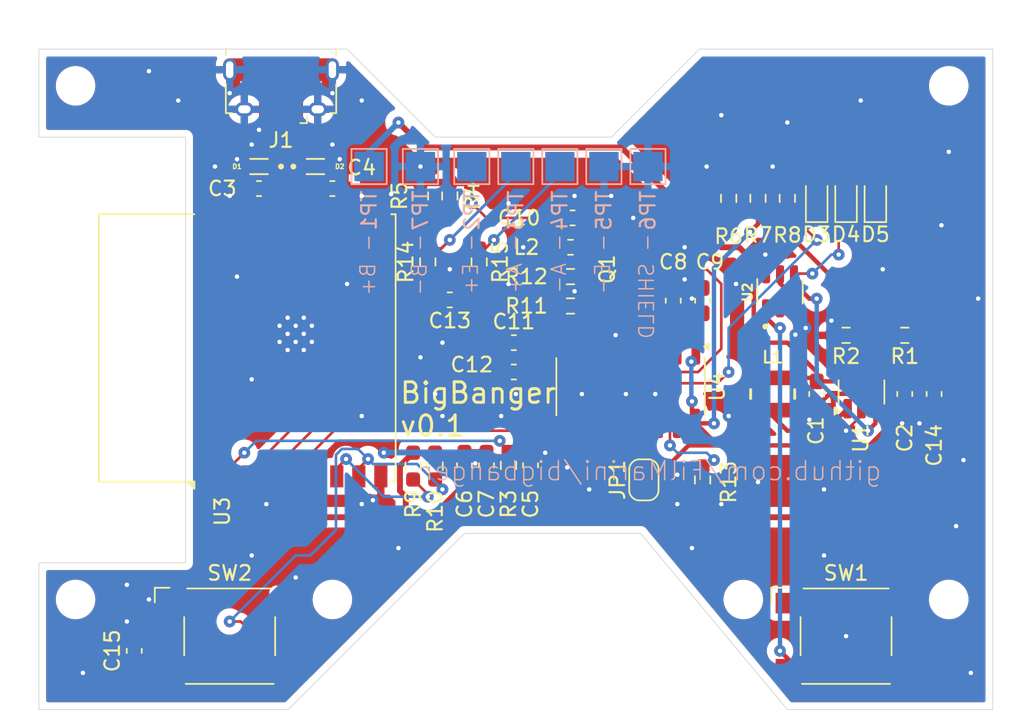
<source format=kicad_pcb>
(kicad_pcb (version 20240108) (generator "pcbnew") (generator_version "8.0")
  (layers (0 "F.Cu" signal) (31 "B.Cu" signal) (34 "B.Paste" user) (35 "F.Paste" user) (36 "B.SilkS" user "B.Silkscreen") (37 "F.SilkS" user "F.Silkscreen") (38 "B.Mask" user) (39 "F.Mask" user) (44 "Edge.Cuts" user))
  (net 0 "")
  (net 1 "GND")
  (net 2 "/BATT3V")
  (net 3 "/3V3")
  (net 4 "/D+")
  (net 5 "/D-")
  (net 6 "Net-(U3-EN)")
  (net 7 "Net-(U4-VBG)")
  (net 8 "/AVDD")
  (net 9 "/HXA+")
  (net 10 "/HXA-")
  (net 11 "Net-(D3-A)")
  (net 12 "/A3V3EN")
  (net 13 "Net-(D4-A)")
  (net 14 "Net-(D5-A)")
  (net 17 "Net-(JP1-A)")
  (net 18 "Net-(U1-SW)")
  (net 19 "Net-(U4-AVDD)")
  (net 20 "Net-(U4-BASE)")
  (net 21 "Net-(U1-V_{FB})")
  (net 22 "Net-(U3-IO21{slash}TXD)")
  (net 23 "Net-(U3-IO20{slash}RXD)")
  (net 24 "/GPIO4")
  (net 25 "/GPIO8")
  (net 26 "/GPIO9")
  (net 27 "Net-(U4-VFB)")
  (net 28 "/A+")
  (net 29 "/A-")
  (net 30 "/SWOUT")
  (net 31 "/GPIO3")
  (net 32 "/3V3EN")
  (net 37 "/HXSCLK")
  (net 39 "/HXSDATA")
  (footprint "Resistor_SMD:R_0603_1608Metric_Pad0.98x0.95mm_HandSolder" (layer "F.Cu") (at 109 69.5 180)
    (property "Reference" "R1")
    (property "Value" "976k")
  )
  (footprint "Capacitor_SMD:C_0603_1608Metric_Pad1.08x0.95mm_HandSolder" (layer "F.Cu") (at 103 73.5 -90)
    (property "Reference" "C1")
    (property "Value" "4u7")
  )
  (footprint "Resistor_SMD:R_0603_1608Metric_Pad0.98x0.95mm_HandSolder" (layer "F.Cu") (at 80 64.5 -90)
    (property "Reference" "R15")
    (property "Value" "100")
  )
  (footprint "RF_Module:ESP32-C3-WROOM-02" (layer "F.Cu") (at 67.3 70.36 90)
    (property "Reference" "U3")
    (property "Value" "ESP32-C3-WROOM-02")
  )
  (footprint "Resistor_SMD:R_0603_1608Metric_Pad0.98x0.95mm_HandSolder" (layer "F.Cu") (at 105 69.5 180)
    (property "Reference" "R2")
    (property "Value" "562k")
  )
  (footprint "mod:TVS_LESD5D5.0CT1G" (layer "F.Cu") (at 68.84 58)
    (property "Reference" "D2")
    (property "Value" "LESD5D5.0CT1G")
  )
  (footprint "Capacitor_SMD:C_0603_1608Metric_Pad1.08x0.95mm_HandSolder" (layer "F.Cu") (at 78 67.0875 180)
    (property "Reference" "C13")
    (property "Value" "100n")
  )
  (footprint "Capacitor_SMD:C_0603_1608Metric_Pad1.08x0.95mm_HandSolder" (layer "F.Cu") (at 86.3625 61.5)
    (property "Reference" "C10")
    (property "Value" "100n")
  )
  (footprint "Capacitor_SMD:C_0603_1608Metric_Pad1.08x0.95mm_HandSolder" (layer "F.Cu") (at 111 73.5 90)
    (property "Reference" "C14")
    (property "Value" "100n")
  )
  (footprint "Capacitor_SMD:C_0603_1608Metric_Pad1.08x0.95mm_HandSolder" (layer "F.Cu") (at 82.3625 72)
    (property "Reference" "C12")
    (property "Value" "22p")
  )
  (footprint "mod:WE-TPC_2813" (layer "F.Cu") (at 100 73.5)
    (property "Reference" "L1")
    (property "Value" "WE-TPC_2813")
  )
  (footprint "Resistor_SMD:R_0603_1608Metric_Pad0.98x0.95mm_HandSolder" (layer "F.Cu") (at 75.5 78.4125 -90)
    (property "Reference" "R9")
    (property "Value" "10k")
  )
  (footprint "Resistor_SMD:R_0603_1608Metric_Pad0.98x0.95mm_HandSolder" (layer "F.Cu") (at 101 60.17 90)
    (property "Reference" "R8")
    (property "Value" "4k7")
  )
  (footprint "Inductor_SMD:L_0603_1608Metric_Pad1.05x0.95mm_HandSolder" (layer "F.Cu") (at 86.225 63.5)
    (property "Reference" "L2")
    (property "Value" "3u3")
  )
  (footprint "Resistor_SMD:R_0603_1608Metric_Pad0.98x0.95mm_HandSolder" (layer "F.Cu") (at 95.225 79.35 -90)
    (property "Reference" "R13")
    (property "Value" "10k")
  )
  (footprint "Capacitor_SMD:C_0603_1608Metric_Pad1.08x0.95mm_HandSolder" (layer "F.Cu") (at 82.3625 70)
    (property "Reference" "C11")
    (property "Value" "22p")
  )
  (footprint "Package_TO_SOT_SMD:SOT-23-6" (layer "F.Cu") (at 106.05 73.3625 90)
    (property "Reference" "U1")
    (property "Value" "MCP1640Cx-xCHY")
  )
  (footprint "Resistor_SMD:R_0603_1608Metric_Pad0.98x0.95mm_HandSolder" (layer "F.Cu") (at 97 60.17 90)
    (property "Reference" "R6")
    (property "Value" "4k7")
  )
  (footprint "MountingHole:MountingHole_2.2mm_M2" (layer "F.Cu") (at 52.5 87.5)
    (property "Reference" "H2" (hide yes))
    (property "Value" "MountingHole")
  )
  (footprint "Package_SO:SOP-16_3.9x9.9mm_P1.27mm" (layer "F.Cu") (at 90.32 73 -90)
    (property "Reference" "U4")
    (property "Value" "HX711")
  )
  (footprint "Capacitor_SMD:C_0603_1608Metric_Pad1.08x0.95mm_HandSolder" (layer "F.Cu") (at 79 78.3625 -90)
    (property "Reference" "C6")
    (property "Value" "100n")
  )
  (footprint "Resistor_SMD:R_0603_1608Metric_Pad0.98x0.95mm_HandSolder" (layer "F.Cu") (at 82 78.3625 90)
    (property "Reference" "R3")
    (property "Value" "10k")
  )
  (footprint "MountingHole:MountingHole_2.2mm_M2" (layer "F.Cu") (at 98 87.5)
    (property "Reference" "H5" (hide yes))
    (property "Value" "MountingHole")
  )
  (footprint "Resistor_SMD:R_0603_1608Metric_Pad0.98x0.95mm_HandSolder" (layer "F.Cu") (at 78 60 90)
    (property "Reference" "R4")
    (property "Value" "0")
  )
  (footprint "Connector_USB:USB_Micro-B_Amphenol_10118194-0001LF_Horizontal" (layer "F.Cu") (at 66.5 52.7 180)
    (property "Reference" "J1")
    (property "Value" "USB_B_Micro")
  )
  (footprint "Resistor_SMD:R_0603_1608Metric_Pad0.98x0.95mm_HandSolder" (layer "F.Cu") (at 76.5 64.5 -90)
    (property "Reference" "R14")
    (property "Value" "100")
  )
  (footprint "Button_Switch_SMD:SW_SPST_Omron_B3FS-101xP" (layer "F.Cu") (at 63 90)
    (property "Reference" "SW2")
    (property "Value" "SW_Omron_B3FS")
  )
  (footprint "LED_SMD:LED_0603_1608Metric_Pad1.05x0.95mm_HandSolder" (layer "F.Cu") (at 105 60.125 90)
    (property "Reference" "D4")
    (property "Value" "LED")
  )
  (footprint "Capacitor_SMD:C_0603_1608Metric_Pad1.08x0.95mm_HandSolder" (layer "F.Cu") (at 109 73.5 90)
    (property "Reference" "C2")
    (property "Value" "10u")
  )
  (footprint "Capacitor_SMD:C_0603_1608Metric_Pad1.08x0.95mm_HandSolder" (layer "F.Cu") (at 93.225 67.1375 90)
    (property "Reference" "C8")
    (property "Value" "100n")
  )
  (footprint "Capacitor_SMD:C_0603_1608Metric_Pad1.08x0.95mm_HandSolder" (layer "F.Cu") (at 70 59.5)
    (property "Reference" "C4")
    (property "Value" "22p")
  )
  (footprint "Resistor_SMD:R_0603_1608Metric_Pad0.98x0.95mm_HandSolder" (layer "F.Cu") (at 99 60.17 90)
    (property "Reference" "R7")
    (property "Value" "4k7")
  )
  (footprint "Resistor_SMD:R_0603_1608Metric_Pad0.98x0.95mm_HandSolder" (layer "F.Cu") (at 76 60 90)
    (property "Reference" "R5")
    (property "Value" "0")
  )
  (footprint "Capacitor_SMD:C_0603_1608Metric_Pad1.08x0.95mm_HandSolder" (layer "F.Cu") (at 56.5 91 -90)
    (property "Reference" "C15")
    (property "Value" "100n")
  )
  (footprint "Capacitor_SMD:C_0603_1608Metric_Pad1.08x0.95mm_HandSolder" (layer "F.Cu") (at 65 59.5 180)
    (property "Reference" "C3")
    (property "Value" "22p")
  )
  (footprint "Resistor_SMD:R_0603_1608Metric_Pad0.98x0.95mm_HandSolder" (layer "F.Cu") (at 77 78.4125 -90)
    (property "Reference" "R10")
    (property "Value" "10k")
  )
  (footprint "MountingHole:MountingHole_2.2mm_M2" (layer "F.Cu") (at 70 87.5)
    (property "Reference" "H6" (hide yes))
    (property "Value" "MountingHole")
  )
  (footprint "Resistor_SMD:R_0603_1608Metric_Pad0.98x0.95mm_HandSolder" (layer "F.Cu") (at 86.225 65.5 180)
    (property "Reference" "R12")
    (property "Value" "20k")
  )
  (footprint "Capacitor_SMD:C_0603_1608Metric_Pad1.08x0.95mm_HandSolder" (layer "F.Cu") (at 80.5 78.3625 -90)
    (property "Reference" "C7")
    (property "Value" "10u")
  )
  (footprint "MountingHole:MountingHole_2.2mm_M2" (layer "F.Cu") (at 52.5 52.5)
    (property "Reference" "H3" (hide yes))
    (property "Value" "MountingHole")
  )
  (footprint "Capacitor_SMD:C_0603_1608Metric_Pad1.08x0.95mm_HandSolder" (layer "F.Cu") (at 83.5 78.3625 -90)
    (property "Reference" "C5")
    (property "Value" "1u")
  )
  (footprint "MountingHole:MountingHole_2.2mm_M2" (layer "F.Cu") (at 112 87.5)
    (property "Reference" "H1" (hide yes))
    (property "Value" "MountingHole")
  )
  (footprint "Resistor_SMD:R_0603_1608Metric_Pad0.98x0.95mm_HandSolder" (layer "F.Cu") (at 86.225 67.5)
    (property "Reference" "R11")
    (property "Value" "8k2")
  )
  (footprint "mod:TVS_LESD5D5.0CT1G" (layer "F.Cu") (at 65 58 180)
    (property "Reference" "D1")
    (property "Value" "LESD5D5.0CT1G")
  )
  (footprint "Capacitor_SMD:C_0603_1608Metric_Pad1.08x0.95mm_HandSolder" (layer "F.Cu") (at 95.225 67.1375 90)
    (property "Reference" "C9")
    (property "Value" "10u")
  )
  (footprint "Button_Switch_SMD:SW_SPST_Omron_B3FS-101xP" (layer "F.Cu") (at 105 90)
    (property "Reference" "SW1")
    (property "Value" "SW_Omron_B3FS")
  )
  (footprint "LED_SMD:LED_0603_1608Metric_Pad1.05x0.95mm_HandSolder" (layer "F.Cu") (at 103 60.125 90)
    (property "Reference" "D3")
    (property "Value" "LED")
  )
  (footprint "MountingHole:MountingHole_2.2mm_M2" (layer "F.Cu") (at 112 52.5)
    (property "Reference" "H4" (hide yes))
    (property "Value" "MountingHole")
  )
  (footprint "LED_SMD:LED_0603_1608Metric_Pad1.05x0.95mm_HandSolder" (layer "F.Cu") (at 107 60.125 90)
    (property "Reference" "D5")
    (property "Value" "LED")
  )
  (footprint "Jumper:SolderJumper-2_P1.3mm_Open_RoundedPad1.0x1.5mm" (layer "F.Cu") (at 91.225 79.35 90)
    (property "Reference" "JP1")
    (property "Value" "Jumper_2_Bridged")
  )
  (footprint "mod:SOT95P275X110-6N" (layer "F.Cu") (at 100.5 66.5 90)
    (property "Reference" "U2")
    (property "Value" "MAX16054AZT_T")
  )
  (footprint "mod:SOT23-BEC" (layer "F.Cu") (at 90.225 67 90)
    (property "Reference" "Q1")
    (property "Value" "MMBT4403_")
  )
  (footprint "TestPoint:TestPoint_Pad_2.0x2.0mm" (layer "B.Cu") (at 91.5 58 -90)
    (property "Reference" "TP6")
    (property "Value" "SHIELD")
  )
  (footprint "TestPoint:TestPoint_Pad_2.0x2.0mm" (layer "B.Cu") (at 79.5 58 -90)
    (property "Reference" "TP2")
    (property "Value" "TestPoint")
  )
  (footprint "TestPoint:TestPoint_Pad_2.0x2.0mm" (layer "B.Cu") (at 85.5 58 -90)
    (property "Reference" "TP4")
    (property "Value" "TestPoint")
  )
  (footprint "TestPoint:TestPoint_Pad_2.0x2.0mm" (layer "B.Cu") (at 72.5 58 180)
    (property "Reference" "TP1")
    (property "Value" "BATTIN_TP")
  )
  (footprint "TestPoint:TestPoint_Pad_2.0x2.0mm" (layer "B.Cu") (at 76 58 180)
    (property "Reference" "TP7")
    (property "Value" "BATTGND")
  )
  (footprint "TestPoint:TestPoint_Pad_2.0x2.0mm" (layer "B.Cu") (at 82.5 58 -90)
    (property "Reference" "TP3")
    (property "Value" "TestPoint")
  )
  (footprint "TestPoint:TestPoint_Pad_2.0x2.0mm" (layer "B.Cu") (at 88.5 58 -90)
    (property "Reference" "TP5")
    (property "Value" "TestPoint")
  )
  (gr_poly (pts (xy 50 50) (xy 50 56) (xy 60 56) (xy 60 85) (xy 50 85) (xy 50 95) (xy 67 95) (xy 79 83) (xy 91 83) (xy 101 95) (xy 115 95) (xy 115 50) (xy 95 50) (xy 89 56) (xy 77 56) (xy 71 50)) (stroke (width 0.05)) (fill none) (layer "Edge.Cuts"))
  (gr_text "- SHIELD" (at 92 62.5 90) (layer "B.SilkS") (effects (font (size 1 1) (thickness 0.1)) (justify left bottom mirror)))
  (gr_text "- A+" (at 83 62.5 90) (layer "B.SilkS") (effects (font (size 1 1) (thickness 0.1)) (justify left bottom mirror)))
  (gr_text "- A-" (at 86 62.5 90) (layer "B.SilkS") (effects (font (size 1 1) (thickness 0.1)) (justify left bottom mirror)))
  (gr_text "- E-" (at 89 62.5 90) (layer "B.SilkS") (effects (font (size 1 1) (thickness 0.1)) (justify left bottom mirror)))
  (gr_text "- B+" (at 73 62.5 90) (layer "B.SilkS") (effects (font (size 1 1) (thickness 0.1)) (justify left bottom mirror)))
  (gr_text "github.com/FilMarini/bigbanger" (at 107.5 79.5 0) (layer "B.SilkS") (effects (font (size 1.3 1.3) (thickness 0.1)) (justify left bottom mirror)))
  (gr_text "- B-" (at 76.5 62.5 90) (layer "B.SilkS") (effects (font (size 1 1) (thickness 0.1)) (justify left bottom mirror)))
  (gr_text "- E+" (at 80 62.5 90) (layer "B.SilkS") (effects (font (size 1 1) (thickness 0.1)) (justify left bottom mirror)))
  (gr_text "BigBanger\nv0.1" (at 74.5 76.5 0) (layer "F.SilkS") (effects (font (size 1.4 1.4) (thickness 0.2) (bold yes)) (justify left bottom)))
  (segment (start 73.3 79.11) (end 73.3 80.2) (width 0.18) (layer "F.Cu") (net 1))
  (segment (start 85.5 61) (end 86.5 60) (width 0.18) (layer "F.Cu") (net 1))
  (segment (start 75 58) (end 72 55) (width 0.18) (layer "F.Cu") (net 1))
  (segment (start 104.0875 69.5) (end 104.0875 68.5875) (width 0.18) (layer "F.Cu") (net 1))
  (segment (start 63.475 51.4) (end 63.475 52.525) (width 0.18) (layer "F.Cu") (net 1))
  (segment (start 105.4875 73.4875) (end 106.05 74.05) (width 0.3) (layer "F.Cu") (net 1))
  (segment (start 80.5 77.5) (end 80.456344 77.5) (width 0.18) (layer "F.Cu") (net 1))
  (segment (start 64.1375 59.5) (end 63.5 59.5) (width 0.18) (layer "F.Cu") (net 1))
  (segment (start 93.415 66.275) (end 94 65.69) (width 0.18) (layer "F.Cu") (net 1))
  (segment (start 87.1375 67.5) (end 87.1375 67.1375) (width 0.18) (layer "F.Cu") (net 1))
  (segment (start 85.5 61.5) (end 85.5 61) (width 0.18) (layer "F.Cu") (net 1))
  (segment (start 63.475 52.525) (end 63 53) (width 0.18) (layer "F.Cu") (net 1))
  (segment (start 111 74.5) (end 110 75.5) (width 0.18) (layer "F.Cu") (net 1))
  (segment (start 103.875 73.4875) (end 105.4875 73.4875) (width 0.3) (layer "F.Cu") (net 1))
  (segment (start 56.5 90.1375) (end 56.5 89.5) (width 0.18) (layer "F.Cu") (net 1))
  (segment (start 69.525 51.4) (end 69.525 52.525) (width 0.18) (layer "F.Cu") (net 1))
  (segment (start 95.21863 66.275) (end 94.497588 66.996042) (width 0.18) (layer "F.Cu") (net 1))
  (segment (start 79 77.5) (end 79.00794 77.5) (width 0.18) (layer "F.Cu") (net 1))
  (segment (start 95.225 80.2625) (end 95.7625 80.2625) (width 0.18) (layer "F.Cu") (net 1))
  (segment (start 57.75 87.75) (end 57.5 87.5) (width 0.18) (layer "F.Cu") (net 1))
  (segment (start 109 74.3625) (end 109 75.32) (width 0.18) (layer "F.Cu") (net 1))
  (segment (start 72 55) (end 72 53.5) (width 0.18) (layer "F.Cu") (net 1))
  (segment (start 92.225 74.500001) (end 91.224999 73.5) (width 0.18) (layer "F.Cu") (net 1))
  (segment (start 78 59.0875) (end 77.0875 59.0875) (width 0.18) (layer "F.Cu") (net 1))
  (segment (start 91.224999 73.5) (end 90 73.5) (width 0.18) (layer "F.Cu") (net 1))
  (segment (start 106.05 74.05) (end 106.05 74.5) (width 0.3) (layer "F.Cu") (net 1))
  (segment (start 73.5 58.5) (end 72 60) (width 0.18) (layer "F.Cu") (net 1))
  (segment (start 67 87.75) (end 67 86.5) (width 0.18) (layer "F.Cu") (net 1))
  (segment (start 95.7625 80.2625) (end 96.5 81) (width 0.18) (layer "F.Cu") (net 1))
  (segment (start 77.0875 59.0875) (end 76 58) (width 0.18) (layer "F.Cu") (net 1))
  (segment (start 103 74.75) (end 102.5 75.25) (width 0.18) (layer "F.Cu") (net 1))
  (segment (start 106.05 74.95) (end 105 76) (width 0.18) (layer "F.Cu") (net 1))
  (segment (start 74.7925 59.0875) (end 74 59.88) (width 0.18) (layer "F.Cu") (net 1))
  (segment (start 71.5 59.5) (end 72 60) (width 0.18) (layer "F.Cu") (net 1))
  (segment (start 56.5 89.5) (end 56 89) (width 0.18) (layer "F.Cu") (net 1))
  (segment (start 87.1375 67.1375) (end 86.5 66.5) (width 0.18) (layer "F.Cu") (net 1))
  (segment (start 63.5 59.5) (end 63 60) (width 0.18) (layer "F.Cu") (net 1))
  (segment (start 92.225 75.5) (end 92.225 74.500001) (width 0.18) (layer "F.Cu") (net 1))
  (segment (start 75 58) (end 74.5 58.5) (width 0.18) (layer "F.Cu") (net 1))
  (segment (start 64.34 58) (end 64 58) (width 0.18) (layer "F.Cu") (net 1))
  (segment (start 59 87.75) (end 57.75 87.75) (width 0.18) (layer "F.Cu") (net 1))
  (segment (start 80.456344 77.5) (end 79.732142 78.224202) (width 0.18) (layer "F.Cu") (net 1))
  (segment (start 76 59.0875) (end 74.7925 59.0875) (width 0.18) (layer "F.Cu") (net 1))
  (segment (start 100.5 67.66) (end 101.544473 68.704473) (width 0.18) (layer "F.Cu") (net 1))
  (segment (start 70 58) (end 70.5 57.5) (width 0.18) (layer "F.Cu") (net 1))
  (segment (start 103 74.3625) (end 103 74.75) (width 0.18) (layer "F.Cu") (net 1))
  (segment (start 65.2 54.1) (end 65.2 55.3) (width 0.18) (layer "F.Cu") (net 1))
  (segment (start 70.8625 59.5) (end 71.5 59.5) (width 0.18) (layer "F.Cu") (net 1))
  (segment (start 79.00794 77.5) (end 79.732142 78.224202) (width 0.18) (layer "F.Cu") (net 1))
  (segment (start 101.45 68.2) (end 102.25 69) (width 0.18) (layer "F.Cu") (net 1))
  (segment (start 104.0875 68.5875) (end 104 68.5) (width 0.18) (layer "F.Cu") (net 1))
  (segment (start 69.5 58) (end 70 58) (width 0.18) (layer "F.Cu") (net 1))
  (segment (start 73.3 80.2) (end 72.763071 80.736929) (width 0.18) (layer "F.Cu") (net 1))
  (segment (start 78 59.0875) (end 80.5875 59.0875) (width 0.18) (layer "F.Cu") (net 1))
  (segment (start 89.685 69.874012) (end 89.297094 69.486106) (width 0.18) (layer "F.Cu") (net 1))
  (segment (start 74.5 58.5) (end 73.5 58.5) (width 0.18) (layer "F.Cu") (net 1))
  (segment (start 111 74.3625) (end 111 74.5) (width 0.18) (layer "F.Cu") (net 1))
  (segment (start 93.225 66.275) (end 93.415 66.275) (width 0.18) (layer "F.Cu") (net 1))
  (segment (start 106.05 74.5) (end 106.05 74.95) (width 0.18) (layer "F.Cu") (net 1))
  (segment (start 69.525 52.525) (end 70 53) (width 0.18) (layer "F.Cu") (net 1))
  (segment (start 95.225 66.275) (end 95.21863 66.275) (width 0.18) (layer "F.Cu") (net 1))
  (segment (start 101.45 67.66) (end 101.45 68.2) (width 0.18) (layer "F.Cu") (net 1))
  (segment (start 67 86.5) (end 67.5 86) (width 0.18) (layer "F.Cu") (net 1))
  (segment (start 64 58) (end 63.5 57.5) (width 0.18) (layer "F.Cu") (net 1))
  (segment (start 63.475 51.4) (end 65.5 51.4) (width 0.18) (layer "F.Cu") (net 1))
  (segment (start 109 75.32) (end 108.82 75.5) (width 0.18) (layer "F.Cu") (net 1))
  (segment (start 103 74.3625) (end 103.875 73.4875) (width 0.3) (layer "F.Cu") (net 1))
  (segment (start 89.685 70.5) (end 89.685 69.874012) (width 0.18) (layer "F.Cu") (net 1))
  (segment (start 69.525 51.4) (end 67.5 51.4) (width 0.18) (layer "F.Cu") (net 1))
  (segment (start 76 59.0875) (end 77.0875 59.0875) (width 0.18) (layer "F.Cu") (net 1))
  (segment (start 76 58) (end 75 58) (width 0.18) (layer "F.Cu") (net 1))
  (segment (start 80.5875 59.0875) (end 82 60.5) (width 0.18) (layer "F.Cu") (net 1))
  (segment (start 101.544473 68.704473) (end 101.544473 69.455527) (width 0.18) (layer "F.Cu") (net 1))
  (segment (start 65.2 55.3) (end 65 55.5) (width 0.18) (layer "F.Cu") (net 1))
  (segment (start 71.5 55) (end 72 55) (width 0.18) (layer "F.Cu") (net 1))
  (segment (start 70 56.5) (end 71.5 55) (width 0.18) (layer "F.Cu") (net 1))
  (segment (start 83.5 77.5) (end 84.5 77.5) (width 0.18) (layer "F.Cu") (net 1))
  (via (at 70 53) (size 0.8) (drill 0.3) (layers "F.Cu" "B.Cu") (net 1))
  (via (at 86 78.5) (size 0.8) (drill 0.3) (layers "F.Cu" "B.Cu") (net 1))
  (via (at 113 78) (size 0.8) (drill 0.3) (layers "F.Cu" "B.Cu") (net 1))
  (via (at 87.5 80) (size 0.8) (drill 0.3) (layers "F.Cu" "B.Cu") (net 1))
  (via (at 104 68.5) (size 0.8) (drill 0.3) (layers "F.Cu" "B.Cu") (net 1))
  (via (at 95.5 58) (size 0.8) (drill 0.3) (layers "F.Cu" "B.Cu") (net 1))
  (via (at 114 67) (size 0.8) (drill 0.3) (layers "F.Cu" "B.Cu") (net 1))
  (via (at 92 73.5) (size 0.8) (drill 0.3) (layers "F.Cu" "B.Cu") (net 1))
  (via (at 97 75) (size 0.8) (drill 0.3) (layers "F.Cu" "B.Cu") (net 1))
  (via (at 63.5 65.5) (size 0.8) (drill 0.3) (layers "F.Cu" "B.Cu") (net 1))
  (via (at 63.5 57.5) (size 0.8) (drill 0.3) (layers "F.Cu" "B.Cu") (net 1))
  (via (at 94.497588 66.996042) (size 0.8) (drill 0.3) (layers "F.Cu" "B.Cu") (net 1))
  (via (at 77.5 75) (size 0.8) (drill 0.3) (layers "F.Cu" "B.Cu") (net 1))
  (via (at 86.5 60) (size 0.8) (drill 0.3) (layers "F.Cu" "B.Cu") (net 1))
  (via (at 79.732142 78.224202) (size 0.8) (drill 0.3) (layers "F.Cu" "B.Cu") (net 1))
  (via (at 89.297094 69.486106) (size 0.8) (drill 0.3) (layers "F.Cu" "B.Cu") (net 1))
  (via (at 90 73.5) (size 0.8) (drill 0.3) (layers "F.Cu" "B.Cu") (net 1))
  (via (at 93.5 79) (size 0.8) (drill 0.3) (layers "F.Cu" "B.Cu") (net 1))
  (via (at 103.5 84.5) (size 0.8) (drill 0.3) (layers "F.Cu" "B.Cu") (net 1))
  (via (at 72 53.5) (size 0.8) (drill 0.3) (layers "F.Cu" "B.Cu") (net 1))
  (via (at 63 60) (size 0.8) (drill 0.3) (layers "F.Cu" "B.Cu") (net 1))
  (via (at 74.5 84) (size 0.8) (drill 0.3) (layers "F.Cu" "B.Cu") (net 1))
  (via (at 77.5 70) (size 0.8) (drill 0.3) (layers "F.Cu" "B.Cu") (net 1))
  (via (at 77 73.5) (size 0.8) (drill 0.3) (layers "F.Cu" "B.Cu") (net 1))
  (via (at 110 75.5) (size 0.8) (drill 0.3) (layers "F.Cu" "B.Cu") (net 1))
  (via (at 57.5 87.5) (size 0.8) (drill 0.3) (layers "F.Cu" "B.Cu") (net 1))
  (via (at 70.5 57.5) (size 0.8) (drill 0.3) (layers "F.Cu" "B.Cu") (net 1))
  (via (at 90.5 61.5) (size 0.8) (drill 0.3) (layers "F.Cu" "B.Cu") (net 1))
  (via (at 65 55.5) (size 0.8) (drill 0.3) (layers "F.Cu" "B.Cu") (net 1))
  (via (at 84.5 77.5) (size 0.8) (drill 0.3) (layers "F.Cu" "B.Cu") (net 1))
  (via (at 57.5 51.5) (size 0.8) (drill 0.3) (layers "F.Cu" "B.Cu") (net 1))
  (via (at 106 53.5) (size 0.8) (drill 0.3) (layers "F.Cu" "B.Cu") (net 1))
  (via (at 78 65) (size 0.8) (drill 0.3) (layers "F.Cu" "B.Cu") (net 1))
  (via (at 111.5 62) (size 0.8) (drill 0.3) (layers "F.Cu" "B.Cu") (net 1))
  (via (at 76 58) (size 0.8) (drill 0.3) (layers "F.Cu" "B.Cu") (net 1))
  (via (at 56 86.5) (size 0.8) (drill 0.3) (layers "F.Cu" "B.Cu") (net 1))
  (via (at 99.5 64) (size 0.8) (drill 0.3) (layers "F.Cu" "B.Cu") (net 1))
  (via (at 72 60) (size 0.8) (drill 0.3) (layers "F.Cu" "B.Cu") (net 1))
  (via (at 82 66) (size 0.8) (drill 0.3) (layers "F.Cu" "B.Cu") (net 1))
  (via (at 113.5 92.5) (size 0.8) (drill 0.3) (layers "F.Cu" "B.Cu") (net 1))
  (via (at 71 66) (size 0.8) (drill 0.3) (layers "F.Cu" "B.Cu") (net 1))
  (via (at 100 58) (size 0.8) (drill 0.3) (layers "F.Cu" "B.Cu") (net 1))
  (via (at 101.544473 69.455527) (size 0.8) (drill 0.3) (layers "F.Cu" "B.Cu") (net 1))
  (via (at 63 53) (size 0.8) (drill 0.3) (layers "F.Cu" "B.Cu") (net 1))
  (via (at 59.5 53.5) (size 0.8) (drill 0.3) (layers "F.Cu" "B.Cu") (net 1))
  (via (at 83 63.5) (size 0.8) (drill 0.3) (layers "F.Cu" "B.Cu") (net 1))
  (via (at 72.763071 80.736929) (size 0.8) (drill 0.3) (layers "F.Cu" "B.Cu") (net 1))
  (via (at 74 59.88) (size 0.8) (drill 0.3) (layers "F.Cu" "B.Cu") (net 1))
  (via (at 81.5 75) (size 0.8) (drill 0.3) (layers "F.Cu" "B.Cu") (net 1))
  (via (at 105 76) (size 0.8) (drill 0.3) (layers "F.Cu" "B.Cu") (net 1))
  (via (at 67.5 86) (size 0.8) (drill 0.3) (layers "F.Cu" "B.Cu") (net 1))
  (via (at 102.5 75.25) (size 0.8) (drill 0.3) (layers "F.Cu" "B.Cu") (net 1))
  (via (at 76 71) (size 0.8) (drill 0.3) (layers "F.Cu" "B.Cu") (net 1))
  (via (at 62 58) (size 0.8) (drill 0.3) (layers "F.Cu" "B.Cu") (net 1))
  (via (at 73.5 77.5) (size 0.8) (drill 0.3) (layers "F.Cu" "B.Cu") (net 1))
  (via (at 93.5 81) (size 0.8) (drill 0.3) (layers "F.Cu" "B.Cu") (net 1))
  (via (at 97.5 66) (size 0.8) (drill 0.3) (layers "F.Cu" "B.Cu") (net 1))
  (via (at 53 92.5) (size 0.8) (drill 0.3) (layers "F.Cu" "B.Cu") (net 1))
  (via (at 64.5 72.5) (size 0.8) (drill 0.3) (layers "F.Cu" "B.Cu") (net 1))
  (via (at 64.5 84.5) (size 0.8) (drill 0.3) (layers "F.Cu" "B.Cu") (net 1))
  (via (at 112.5 82.5) (size 0.8) (drill 0.3) (layers "F.Cu" "B.Cu") (net 1))
  (via (at 87 73.5) (size 0.8) (drill 0.3) (layers "F.Cu" "B.Cu") (net 1))
  (via (at 72 81) (size 0.8) (drill 0.3) (layers "F.Cu" "B.Cu") (net 1))
  (via (at 105 90) (size 0.8) (drill 0.3) (layers "F.Cu" "B.Cu") (net 1))
  (via (at 107.5 65) (size 0.8) (drill 0.3) (layers "F.Cu" "B.Cu") (net 1))
  (via (at 82.5 73.5) (size 0.8) (drill 0.3) (layers "F.Cu" "B.Cu") (net 1))
  (via (at 96.5 81) (size 0.8) (drill 0.3) (layers "F.Cu" "B.Cu") (net 1))
  (via (at 103.5 80) (size 0.8) (drill 0.3) (layers "F.Cu" "B.Cu") (net 1))
  (via (at 89 60) (size 0.8) (drill 0.3) (layers "F.Cu" "B.Cu") (net 1))
  (via (at 112 57) (size 0.8) (drill 0.3) (layers "F.Cu" "B.Cu") (net 1))
  (via (at 65.5 81) (size 0.8) (drill 0.3) (layers "F.Cu" "B.Cu") (net 1))
  (via (at 64.5 56.5) (size 0.8) (drill 0.3) (layers "F.Cu" "B.Cu") (net 1))
  (via (at 70 56.5) (size 0.8) (drill 0.3) (layers "F.Cu" "B.Cu") (net 1))
  (via (at 101 55) (size 0.8) (drill 0.3) (layers "F.Cu" "B.Cu") (net 1))
  (via (at 99 79.5) (size 0.8) (drill 0.3) (layers "F.Cu" "B.Cu") (net 1))
  (via (at 94.5 84) (size 0.8) (drill 0.3) (layers "F.Cu" "B.Cu") (net 1))
  (via (at 94 63.5) (size 0.8) (drill 0.3) (layers "F.Cu" "B.Cu") (net 1))
  (via (at 82 60.5) (size 0.8) (drill 0.3) (layers "F.Cu" "B.Cu") (net 1))
  (via (at 86.5 66.5) (size 0.8) (drill 0.3) (layers "F.Cu" "B.Cu") (net 1))
  (via (at 96.5 54.5) (size 0.8) (drill 0.3) (layers "F.Cu" "B.Cu") (net 1))
  (via (at 72 75) (size 0.8) (drill 0.3) (layers "F.Cu" "B.Cu") (net 1))
  (via (at 56 89) (size 0.8) (drill 0.3) (layers "F.Cu" "B.Cu") (net 1))
  (via (at 102.25 69) (size 0.8) (drill 0.3) (layers "F.Cu" "B.Cu") (net 1))
  (via (at 108.82 75.5) (size 0.8) (drill 0.3) (layers "F.Cu" "B.Cu") (net 1))
  (via (at 94 65.69) (size 0.8) (drill 0.3) (layers "F.Cu" "B.Cu") (net 1))
  (segment (start 88.5 59.5) (end 89 60) (width 0.18) (layer "B.Cu") (net 1))
  (segment (start 91.5 58) (end 95.5 58) (width 0.18) (layer "B.Cu") (net 1))
  (segment (start 88.5 58) (end 88.5 59.5) (width 0.18) (layer "B.Cu") (net 1))
  (segment (start 110 87.75) (end 110 76.765716) (width 0.3) (layer "F.Cu") (net 2))
  (segment (start 99 63) (end 101.5 63) (width 0.3) (layer "F.Cu") (net 2))
  (segment (start 104.945 66.445) (end 104.945 68) (width 0.3) (layer "F.Cu") (net 2))
  (segment (start 98.71 71.11) (end 98.71 70) (width 0.3) (layer "F.Cu") (net 2))
  (segment (start 109.765716 68) (end 104.945 68) (width 0.3) (layer "F.Cu") (net 2))
  (segment (start 94 61) (end 96.5 63.5) (width 0.4) (layer "F.Cu") (net 2))
  (segment (start 89.7 56.7) (end 94 61) (width 0.4) (layer "F.Cu") (net 2))
  (segment (start 110 76.765716) (end 112 74.765716) (width 0.3) (layer "F.Cu") (net 2))
  (segment (start 104.945 68) (end 104.945 72.07) (width 0.3) (layer "F.Cu") (net 2))
  (segment (start 104.6875 72.6375) (end 105.1 72.225) (width 0.3) (layer "F.Cu") (net 2))
  (segment (start 94 61) (end 94.0825 61.0825) (width 0.3) (layer "F.Cu") (net 2))
  (segment (start 104.945 72.07) (end 105.1 72.225) (width 0.3) (layer "F.Cu") (net 2))
  (segment (start 98.71 70) (end 98.71 64.5) (width 0.3) (layer "F.Cu") (net 2))
  (segment (start 103 72.6375) (end 103 72) (width 0.3) (layer "F.Cu") (net 2))
  (segment (start 103 72.6375) (end 104.6875 72.6375) (width 0.3) (layer "F.Cu") (net 2))
  (segment (start 100 72.4) (end 102.7625 72.4) (width 0.3) (layer "F.Cu") (net 2))
  (segment (start 74.5 55) (end 76.2 56.7) (width 0.4) (layer "F.Cu") (net 2))
  (segment (start 96.5 63.5) (end 97.71 63.5) (width 0.4) (layer "F.Cu") (net 2))
  (segment (start 101.5 63) (end 104.945 66.445) (width 0.3) (layer "F.Cu") (net 2))
  (segment (start 94.0825 61.0825) (end 97 61.0825) (width 0.3) (layer "F.Cu") (net 2))
  (segment (start 103 72) (end 101 70) (width 0.3) (layer "F.Cu") (net 2))
  (segment (start 112 74.765716) (end 112 70.234284) (width 0.3) (layer "F.Cu") (net 2))
  (segment (start 112 70.234284) (end 109.765716 68) (width 0.3) (layer "F.Cu") (net 2))
  (segment (start 100 72.4) (end 98.71 71.11) (width 0.3) (layer "F.Cu") (net 2))
  (segment (start 101 70) (end 98.71 70) (width 0.3) (layer "F.Cu") (net 2))
  (segment (start 97.71 63.5) (end 99.55 65.34) (width 0.4) (layer "F.Cu") (net 2))
  (segment (start 102.7625 72.4) (end 103 72.6375) (width 0.3) (layer "F.Cu") (net 2))
  (segment (start 102 87.75) (end 110 87.75) (width 0.3) (layer "F.Cu") (net 2))
  (segment (start 98.15 63.85) (end 99 63) (width 0.3) (layer "F.Cu") (net 2))
  (segment (start 76.2 56.7) (end 89.7 56.7) (width 0.4) (layer "F.Cu") (net 2))
  (via (at 74.5 55) (size 0.8) (drill 0.3) (layers "F.Cu" "B.Cu") (net 2))
  (segment (start 72.5 58) (end 72.5 58.5) (width 0.3) (layer "B.Cu") (net 2))
  (segment (start 72.5 57) (end 74.5 55) (width 0.4) (layer "B.Cu") (net 2))
  (segment (start 72.5 58) (end 72.5 57) (width 0.4) (layer "B.Cu") (net 2))
  (segment (start 75 81.895) (end 63.545 81.895) (width 0.4) (layer "F.Cu") (net 3))
  (segment (start 91.225 78.7) (end 90.8 78.7) (width 0.3) (layer "F.Cu") (net 3))
  (segment (start 91.225 78.7) (end 92.564999 78.7) (width 0.3) (layer "F.Cu") (net 3))
  (segment (start 108.17 73.4675) (end 109 72.6375) (width 0.3) (layer "F.Cu") (net 3))
  (segment (start 94.5 74) (end 94.5 75.235) (width 0.3) (layer "F.Cu") (net 3))
  (segment (start 108 81) (end 108 75.588945) (width 0.4) (layer "F.Cu") (net 3))
  (segment (start 92.564999 78.7) (end 94.264999 77) (width 0.3) (layer "F.Cu") (net 3))
  (segment (start 80.5 79.225) (end 81.95 79.225) (width 0.3) (layer "F.Cu") (net 3))
  (segment (start 99 61.911054) (end 98.455527 62.455527) (width 0.3) (layer "F.Cu") (net 3))
  (segment (start 107.3075 73.3075) (end 106.470001 73.3075) (width 0.4) (layer "F.Cu") (net 3))
  (segment (start 81.95 79.225) (end 82 79.275) (width 0.3) (layer "F.Cu") (net 3))
  (segment (start 107.105 81.895) (end 108 81) (width 0.4) (layer "F.Cu") (net 3))
  (segment (start 75 81.895) (end 107.105 81.895) (width 0.4) (layer "F.Cu") (net 3))
  (segment (start 108.17 73.83) (end 108 74) (width 0.3) (layer "F.Cu") (net 3))
  (segment (start 74.605 78.395) (end 74.605 80.105) (width 0.4) (layer "F.Cu") (net 3))
  (segment (start 74.605 80.105) (end 75 80.5) (width 0.4) (layer "F.Cu") (net 3))
  (segment (start 79 79.659656) (end 76.764656 81.895) (width 0.4) (layer "F.Cu") (net 3))
  (segment (start 94.264999 77) (end 96.265 77) (width 0.3) (layer "F.Cu") (net 3))
  (segment (start 106.588945 77) (end 96.265 77) (width 0.3) (layer "F.Cu") (net 3))
  (segment (start 94.765 68.46) (end 95.225 68) (width 0.3) (layer "F.Cu") (net 3))
  (segment (start 108 75.588945) (end 108 74) (width 0.4) (layer "F.Cu") (net 3))
  (segment (start 75 80.5) (end 75 81.895) (width 0.4) (layer "F.Cu") (net 3))
  (segment (start 93.225 68) (end 95.225 68) (width 0.3) (layer "F.Cu") (net 3))
  (segment (start 99 61.0825) (end 99 61.911054) (width 0.3) (layer "F.Cu") (net 3))
  (segment (start 109.9125 71.0875) (end 109.9125 69.5) (width 0.3) (layer "F.Cu") (net 3))
  (segment (start 91.325 66.1) (end 93.225 68) (width 0.3) (layer "F.Cu") (net 3))
  (segment (start 79 79.225) (end 79 79.659656) (width 0.4) (layer "F.Cu") (net 3))
  (segment (start 96.265 77) (end 94.765 75.5) (width 0.3) (layer "F.Cu") (net 3))
  (segment (start 61.5 79.31) (end 61.3 79.11) (width 0.3) (layer "F.Cu") (net 3))
  (segment (start 108 75.588945) (end 106.588945 77) (width 0.3) (layer "F.Cu") (net 3))
  (segment (start 108.17 73.4675) (end 108.17 73.83) (width 0.3) (layer "F.Cu") (net 3))
  (segment (start 110 69.5) (end 111 70.5) (width 0.3) (layer "F.Cu") (net 3))
  (segment (start 106.05 72.887499) (end 106.05 72.225) (width 0.4) (layer "F.Cu") (net 3))
  (segment (start 91.325 66.05) (end 91.325 66.1) (width 0.3) (layer "F.Cu") (net 3))
  (segment (start 109 72) (end 109.9125 71.0875) (width 0.3) (layer "F.Cu") (net 3))
  (segment (start 75.5 77.5) (end 74.605 78.395) (width 0.4) (layer "F.Cu") (net 3))
  (segment (start 94.5 75.235) (end 94.765 75.5) (width 0.3) (layer "F.Cu") (net 3))
  (segment (start 109 72.6375) (end 111 72.6375) (width 0.3) (layer "F.Cu") (net 3))
  (segment (start 77 77.5) (end 75.5 77.5) (width 0.3) (layer "F.Cu") (net 3))
  (segment (start 94.765 70.5) (end 94.765 68.46) (width 0.3) (layer "F.Cu") (net 3))
  (segment (start 63.545 81.895) (end 61.3 79.65) (width 0.4) (layer "F.Cu") (net 3))
  (segment (start 108 74) (end 107.3075 73.3075) (width 0.4) (layer "F.Cu") (net 3))
  (segment (start 94.765 70.5) (end 94.765 70.982801) (width 0.3) (layer "F.Cu") (net 3))
  (segment (start 79 79.225) (end 80.5 79.225) (width 0.3) (layer "F.Cu") (net 3))
  (segment (start 106.470001 73.3075) (end 106.05 72.887499) (width 0.4) (layer "F.Cu") (net 3))
  (segment (start 111 70.5) (end 111 72.6375) (width 0.3) (layer "F.Cu") (net 3))
  (segment (start 96 75.5) (end 94.765 75.5) (width 0.3) (layer "F.Cu") (net 3))
  (segment (start 109 72.6375) (end 109 72) (width 0.3) (layer "F.Cu") (net 3))
  (segment (start 94.765 70.982801) (end 94.457801 71.29) (width 0.3) (layer "F.Cu") (net 3))
  (segment (start 77 77.5) (end 77.275 77.5) (width 0.3) (layer "F.Cu") (net 3))
  (segment (start 109.9125 69.5) (end 110 69.5) (width 0.3) (layer "F.Cu") (net 3))
  (segment (start 61.3 79.65) (end 61.3 79.11) (width 0.4) (layer "F.Cu") (net 3))
  (segment (start 76.764656 81.895) (end 75 81.895) (width 0.4) (layer "F.Cu") (net 3))
  (via (at 94.457801 71.29) (size 0.8) (drill 0.3) (layers "F.Cu" "B.Cu") (net 3))
  (via (at 96 75.5) (size 0.8) (drill 0.3) (layers "F.Cu" "B.Cu") (net 3))
  (via (at 98.455527 62.455527) (size 0.8) (drill 0.3) (layers "F.Cu" "B.Cu") (net 3))
  (via (at 94.5 74) (size 0.8) (drill 0.3) (layers "F.Cu" "B.Cu") (net 3))
  (segment (start 94.457801 71.29) (end 94.457801 73.957801) (width 0.3) (layer "B.Cu") (net 3))
  (segment (start 98.455527 62.455527) (end 96 64.911054) (width 0.3) (layer "B.Cu") (net 3))
  (segment (start 96 64.911054) (end 96 75.5) (width 0.3) (layer "B.Cu") (net 3))
  (segment (start 94.457801 73.957801) (end 94.5 74) (width 0.3) (layer "B.Cu") (net 3))
  (segment (start 66.411107 58) (end 66.411107 55.759604) (width 0.77) (layer "F.Cu") (net 4))
  (segment (start 67.565 60.250894) (end 66.411107 59.097001) (width 0.77) (layer "F.Cu") (net 4))
  (segment (start 66.5 55.411107) (end 66.411107 55.5) (width 0.4) (layer "F.Cu") (net 4))
  (segment (start 66.411107 59.097001) (end 66.411107 58) (width 0.77) (layer "F.Cu") (net 4))
  (segment (start 66.008108 59.5) (end 66.411107 59.097001) (width 0.77) (layer "F.Cu") (net 4))
  (segment (start 67.565 61.045) (end 67.565 60.250894) (width 0.77) (layer "F.Cu") (net 4))
  (segment (start 66.5 54.1) (end 66.5 55.411107) (width 0.4) (layer "F.Cu") (net 4))
  (segment (start 65.8625 59.5) (end 66.008108 59.5) (width 0.77) (layer "F.Cu") (net 4))
  (segment (start 66.411107 55.759604) (end 66.411107 55.5) (width 0.77) (layer "F.Cu") (net 4))
  (segment (start 67.3 61.31) (end 67.565 61.045) (width 0.77) (layer "F.Cu") (net 4))
  (segment (start 67.3 61.61) (end 67.3 61.31) (width 0.77) (layer "F.Cu") (net 4))
  (segment (start 65.66 58) (end 66.411107 58) (width 0.77) (layer "F.Cu") (net 4))
  (segment (start 69.1375 59.5) (end 68.884106 59.5) (width 0.77) (layer "F.Cu") (net 5))
  (segment (start 67.196107 55.574604) (end 67.381107 55.759604) (width 0.4) (layer "F.Cu") (net 5))
  (segment (start 68.535 59.849106) (end 67.381107 58.695213) (width 0.77) (layer "F.Cu") (net 5))
  (segment (start 68.8 61.61) (end 68.8 61.31) (width 0.77) (layer "F.Cu") (net 5))
  (segment (start 68.8 61.31) (end 68.535 61.045) (width 0.77) (layer "F.Cu") (net 5))
  (segment (start 67.15 54.1) (end 67.196107 54.146107) (width 0.4) (layer "F.Cu") (net 5))
  (segment (start 68.535 61.045) (end 68.535 59.849106) (width 0.77) (layer "F.Cu") (net 5))
  (segment (start 68.884106 59.5) (end 68.535 59.849106) (width 0.77) (layer "F.Cu") (net 5))
  (segment (start 68.18 58) (end 67.381107 58) (width 0.77) (layer "F.Cu") (net 5))
  (segment (start 67.381107 58.695213) (end 67.381107 58) (width 0.77) (layer "F.Cu") (net 5))
  (segment (start 67.381107 58) (end 67.381107 55.759604) (width 0.77) (layer "F.Cu") (net 5))
  (segment (start 67.196107 54.146107) (end 67.196107 55.574604) (width 0.4) (layer "F.Cu") (net 5))
  (segment (start 62.8 78.7) (end 64 77.5) (width 0.18) (layer "F.Cu") (net 6))
  (segment (start 81.403938 76.853938) (end 82 77.45) (width 0.18) (layer "F.Cu") (net 6))
  (segment (start 81.403938 76.69) (end 81.403938 76.853938) (width 0.18) (layer "F.Cu") (net 6))
  (segment (start 82 77.725) (end 83.5 79.225) (width 0.18) (layer "F.Cu") (net 6))
  (segment (start 82 77.45) (end 82 77.725) (width 0.18) (layer "F.Cu") (net 6))
  (segment (start 62.8 79.11) (end 62.8 78.7) (width 0.18) (layer "F.Cu") (net 6))
  (segment (start 62.8 79.11) (end 62.8 79.284922) (width 0.18) (layer "F.Cu") (net 6))
  (via (at 81.403938 76.69) (size 0.8) (drill 0.3) (layers "F.Cu" "B.Cu") (net 6))
  (via (at 64 77.5) (size 0.8) (drill 0.3) (layers "F.Cu" "B.Cu") (net 6))
  (segment (start 64 77.5) (end 64.81 76.69) (width 0.18) (layer "B.Cu") (net 6))
  (segment (start 64.81 76.69) (end 81.403938 76.69) (width 0.18) (layer "B.Cu") (net 6))
  (segment (start 88.915001 72) (end 94.919694 72) (width 0.18) (layer "F.Cu") (net 7))
  (segment (start 88.415 70.5) (end 88.415 71.499999) (width 0.18) (layer "F.Cu") (net 7))
  (segment (start 89 64.5) (end 89 63.275) (width 0.18) (layer "F.Cu") (net 7))
  (segment (start 89.5 65) (end 89 64.5) (width 0.18) (layer "F.Cu") (net 7))
  (segment (start 96.5 70.419694) (end 96.5 66) (width 0.18) (layer "F.Cu") (net 7))
  (segment (start 96.5 66) (end 95.5 65) (width 0.18) (layer "F.Cu") (net 7))
  (segment (start 89 63.275) (end 87.225 61.5) (width 0.18) (layer "F.Cu") (net 7))
  (segment (start 95.5 65) (end 89.5 65) (width 0.18) (layer "F.Cu") (net 7))
  (segment (start 94.919694 72) (end 96.5 70.419694) (width 0.18) (layer "F.Cu") (net 7))
  (segment (start 88.415 71.499999) (end 88.915001 72) (width 0.18) (layer "F.Cu") (net 7))
  (segment (start 87.735 69.235) (end 87.145 68.645) (width 0.18) (layer "F.Cu") (net 8))
  (segment (start 83.35 61.5) (end 80.5 61.5) (width 0.18) (layer "F.Cu") (net 8))
  (segment (start 84.5 64.35) (end 85.35 63.5) (width 0.18) (layer "F.Cu") (net 8))
  (segment (start 87.48141 71.79) (end 87.735 71.53641) (width 0.18) (layer "F.Cu") (net 8))
  (segment (start 84.805 72) (end 85.015 71.79) (width 0.18) (layer "F.Cu") (net 8))
  (segment (start 87.735 71.53641) (end 87.735 69.235) (width 0.18) (layer "F.Cu") (net 8))
  (segment (start 85.35 63.5) (end 83.35 61.5) (width 0.18) (layer "F.Cu") (net 8))
  (segment (start 85.196544 68.645) (end 84.5 67.948456) (width 0.18) (layer "F.Cu") (net 8))
  (segment (start 80.5 61.5) (end 79.5 60.5) (width 0.18) (layer "F.Cu") (net 8))
  (segment (start 87.145 68.645) (end 85.196544 68.645) (width 0.18) (layer "F.Cu") (net 8))
  (segment (start 83.225 70) (end 85.015 71.79) (width 0.18) (layer "F.Cu") (net 8))
  (segment (start 85.015 71.79) (end 87.48141 71.79) (width 0.18) (layer "F.Cu") (net 8))
  (segment (start 83.225 70) (end 83.225 72) (width 0.18) (layer "F.Cu") (net 8))
  (segment (start 84.5 67.948456) (end 84.5 64.35) (width 0.18) (layer "F.Cu") (net 8))
  (segment (start 83.225 72) (end 84.805 72) (width 0.18) (layer "F.Cu") (net 8))
  (via (at 79.5 60.5) (size 0.8) (drill 0.3) (layers "F.Cu" "B.Cu") (net 8))
  (segment (start 79.5 60.5) (end 79.5 58) (width 0.18) (layer "B.Cu") (net 8))
  (segment (start 83.2375 67.8625) (end 77.9125 67.8625) (width 0.2) (layer "F.Cu") (net 9))
  (segment (start 77.1375 67.0875) (end 77.1375 66.05) (width 0.2) (layer "F.Cu") (net 9))
  (segment (start 77.9125 67.8625) (end 77.1375 67.0875) (width 0.2) (layer "F.Cu") (net 9))
  (segment (start 77.1375 66.05) (end 76.5 65.4125) (width 0.2) (layer "F.Cu") (net 9))
  (segment (start 85.875 70.5) (end 83.2375 67.8625) (width 0.2) (layer "F.Cu") (net 9))
  (segment (start 86.215552 69.2) (end 85.2 69.2) (width 0.2) (layer "F.Cu") (net 10))
  (segment (start 86.5 69.855) (end 86.5 69.484448) (width 0.2) (layer "F.Cu") (net 10))
  (segment (start 78.8625 67.0875) (end 78.8625 66.55) (width 0.2) (layer "F.Cu") (net 10))
  (segment (start 83.0875 67.0875) (end 78.8625 67.0875) (width 0.2) (layer "F.Cu") (net 10))
  (segment (start 86.5 69.484448) (end 86.215552 69.2) (width 0.2) (layer "F.Cu") (net 10))
  (segment (start 78.8625 66.55) (end 80 65.4125) (width 0.2) (layer "F.Cu") (net 10))
  (segment (start 85.2 69.2) (end 83.0875 67.0875) (width 0.2) (layer "F.Cu") (net 10))
  (segment (start 87.145 70.5) (end 86.5 69.855) (width 0.2) (layer "F.Cu") (net 10))
  (segment (start 105.765 59.762578) (end 105.765 58.737422) (width 0.18) (layer "F.Cu") (net 11))
  (segment (start 97 59.2575) (end 99.1375 57.12) (width 0.18) (layer "F.Cu") (net 11))
  (segment (start 99.1375 57.12) (end 106.157402 57.12) (width 0.18) (layer "F.Cu") (net 11))
  (segment (start 106.157402 57.12) (end 107.765 58.727598) (width 0.18) (layer "F.Cu") (net 11))
  (segment (start 105.765 58.737422) (end 105.462578 58.435) (width 0.18) (layer "F.Cu") (net 11))
  (segment (start 107.765 59.762578) (end 107.462578 60.065) (width 0.18) (layer "F.Cu") (net 11))
  (segment (start 107.765 58.727598) (end 107.765 59.762578) (width 0.18) (layer "F.Cu") (net 11))
  (segment (start 105.462578 58.435) (end 103.815 58.435) (width 0.18) (layer "F.Cu") (net 11))
  (segment (start 106.067422 60.065) (end 105.765 59.762578) (width 0.18) (layer "F.Cu") (net 11))
  (segment (start 107.462578 60.065) (end 106.067422 60.065) (width 0.18) (layer "F.Cu") (net 11))
  (segment (start 103.815 58.435) (end 103 59.25) (width 0.18) (layer "F.Cu") (net 11))
  (segment (start 101.495527 65.294473) (end 101.45 65.34) (width 0.18) (layer "F.Cu") (net 12))
  (segment (start 102.705527 65.294473) (end 101.495527 65.294473) (width 0.18) (layer "F.Cu") (net 12))
  (segment (start 103 61) (end 104.5 62.5) (width 0.18) (layer "F.Cu") (net 12))
  (segment (start 104.5 62.5) (end 104.5 64) (width 0.18) (layer "F.Cu") (net 12))
  (via (at 102.705527 65.294473) (size 0.8) (drill 0.3) (layers "F.Cu" "B.Cu") (net 12))
  (via (at 104.5 64) (size 0.8) (drill 0.3) (layers "F.Cu" "B.Cu") (net 12))
  (segment (start 104.5 64) (end 104 64) (width 0.18) (layer "B.Cu") (net 12))
  (segment (start 104 64) (end 102.705527 65.294473) (width 0.18) (layer "B.Cu") (net 12))
  (segment (start 99 59.2575) (end 99.8075 60.065) (width 0.18) (layer "F.Cu") (net 13))
  (segment (start 99.8075 60.065) (end 104.185 60.065) (width 0.18) (layer "F.Cu") (net 13))
  (segment (start 104.185 60.065) (end 105 59.25) (width 0.18) (layer "F.Cu") (net 13))
  (segment (start 107 59.25) (end 107 58.5) (width 0.18) (layer "F.Cu") (net 14))
  (segment (start 102 57.5) (end 101 58.5) (width 0.18) (layer "F.Cu") (net 14))
  (segment (start 101 58.5) (end 101 59.2575) (width 0.18) (layer "F.Cu") (net 14))
  (segment (start 106 57.5) (end 102 57.5) (width 0.18) (layer "F.Cu") (net 14))
  (segment (start 107 58.5) (end 106 57.5) (width 0.18) (layer "F.Cu") (net 14))
  (segment (start 95.5625 78.4375) (end 96 78) (width 0.18) (layer "F.Cu") (net 17))
  (segment (start 93.6625 80) (end 95.225 78.4375) (width 0.18) (layer "F.Cu") (net 17))
  (segment (start 91.225 80) (end 93.6625 80) (width 0.18) (layer "F.Cu") (net 17))
  (segment (start 93 75.995) (end 93.495 75.5) (width 0.18) (layer "F.Cu") (net 17))
  (segment (start 95.225 78.4375) (end 95.5625 78.4375) (width 0.18) (layer "F.Cu") (net 17))
  (segment (start 93 77) (end 93 75.995) (width 0.18) (layer "F.Cu") (net 17))
  (via (at 96 78) (size 0.8) (drill 0.3) (layers "F.Cu" "B.Cu") (net 17))
  (via (at 93 77) (size 0.8) (drill 0.3) (layers "F.Cu" "B.Cu") (net 17))
  (segment (start 95.5 77.5) (end 93.5 77.5) (width 0.18) (layer "B.Cu") (net 17))
  (segment (start 93.5 77.5) (end 93 77) (width 0.18) (layer "B.Cu") (net 17))
  (segment (start 96 78) (end 95.5 77.5) (width 0.18) (layer "B.Cu") (net 17))
  (segment (start 100 74.6) (end 100 75) (width 0.3) (layer "F.Cu") (net 18))
  (segment (start 100 75) (end 101 76) (width 0.3) (layer "F.Cu") (net 18))
  (segment (start 103.6 76) (end 105.1 74.5) (width 0.3) (layer "F.Cu") (net 18))
  (segment (start 101 76) (end 103.6 76) (width 0.3) (layer "F.Cu") (net 18))
  (segment (start 92.225 69.500001) (end 91.724999 69) (width 0.18) (layer "F.Cu") (net 19))
  (segment (start 90.5 69) (end 89.125 67.625) (width 0.18) (layer "F.Cu") (net 19))
  (segment (start 87.1375 63.5375) (end 87.1 63.5) (width 0.18) (layer "F.Cu") (net 19))
  (segment (start 88.6375 67) (end 87.1375 65.5) (width 0.18) (layer "F.Cu") (net 19))
  (segment (start 91.724999 69) (end 90.5 69) (width 0.18) (layer "F.Cu") (net 19))
  (segment (start 89.125 67) (end 88.6375 67) (width 0.18) (layer "F.Cu") (net 19))
  (segment (start 87.1375 65.5) (end 87.1375 63.5375) (width 0.18) (layer "F.Cu") (net 19))
  (segment (start 92.225 70.5) (end 92.225 69.500001) (width 0.18) (layer "F.Cu") (net 19))
  (segment (start 89.125 67.625) (end 89.125 67) (width 0.18) (layer "F.Cu") (net 19))
  (segment (start 91.325 67.95) (end 93.495 70.12) (width 0.18) (layer "F.Cu") (net 20))
  (segment (start 93.495 70.12) (end 93.495 70.5) (width 0.18) (layer "F.Cu") (net 20))
  (segment (start 105.9125 69.5) (end 105.9125 69.9125) (width 0.3) (layer "F.Cu") (net 21))
  (segment (start 108.0875 71.1375) (end 107 72.225) (width 0.3) (layer "F.Cu") (net 21))
  (segment (start 107 71) (end 107 72.225) (width 0.3) (layer "F.Cu") (net 21))
  (segment (start 108.0875 69.5) (end 108.0875 71.1375) (width 0.3) (layer "F.Cu") (net 21))
  (segment (start 105.9125 69.9125) (end 107 71) (width 0.3) (layer "F.Cu") (net 21))
  (segment (start 105.9125 69.5) (end 108.0875 69.5) (width 0.3) (layer "F.Cu") (net 21))
  (segment (start 71.04 62.65) (end 70.3 61.91) (width 0.18) (layer "F.Cu") (net 22))
  (segment (start 76.2625 62.65) (end 71.04 62.65) (width 0.18) (layer "F.Cu") (net 22))
  (segment (start 78 60.9125) (end 76.2625 62.65) (width 0.18) (layer "F.Cu") (net 22))
  (segment (start 70.3 61.91) (end 70.3 61.61) (width 0.18) (layer "F.Cu") (net 22))
  (segment (start 76 60.9125) (end 75.6575 60.57) (width 0.18) (layer "F.Cu") (net 23))
  (segment (start 71.8 61.31) (end 71.8 61.61) (width 0.18) (layer "F.Cu") (net 23))
  (segment (start 72.54 60.57) (end 71.8 61.31) (width 0.18) (layer "F.Cu") (net 23))
  (segment (start 75.6575 60.57) (end 72.54 60.57) (width 0.18) (layer "F.Cu") (net 23))
  (segment (start 64 78.81) (end 64.3 79.11) (width 0.18) (layer "F.Cu") (net 24))
  (segment (start 96.235 72.765) (end 97 72) (width 0.18) (layer "F.Cu") (net 24))
  (segment (start 70.345 72.765) (end 96.235 72.765) (width 0.18) (layer "F.Cu") (net 24))
  (segment (start 101 61.0825) (end 101.0825 61.0825) (width 0.18) (layer "F.Cu") (net 24))
  (segment (start 64.3 78.81) (end 70.345 72.765) (width 0.18) (layer "F.Cu") (net 24))
  (segment (start 101.0825 61.0825) (end 103 63) (width 0.18) (layer "F.Cu") (net 24))
  (segment (start 64.3 79.11) (end 64.3 78.81) (width 0.18) (layer "F.Cu") (net 24))
  (via (at 97 72) (size 0.8) (drill 0.3) (layers "F.Cu" "B.Cu") (net 24))
  (via (at 103 63) (size 0.8) (drill 0.3) (layers "F.Cu" "B.Cu") (net 24))
  (segment (start 97 71.495908) (end 97 69) (width 0.18) (layer "B.Cu") (net 24))
  (segment (start 97 69) (end 103 63) (width 0.18) (layer "B.Cu") (net 24))
  (segment (start 97 72) (end 97 71.495908) (width 0.18) (layer "B.Cu") (net 24))
  (segment (start 76.5 80.325) (end 75.5 79.325) (width 0.18) (layer "F.Cu") (net 25))
  (segment (start 70.3 79.11) (end 70.3 78.561554) (width 0.18) (layer "F.Cu") (net 25))
  (segment (start 76.5 80.5) (end 76.5 80.325) (width 0.18) (layer "F.Cu") (net 25))
  (segment (start 70.3 78.561554) (end 70.931752 77.929802) (width 0.18) (layer "F.Cu") (net 25))
  (via (at 76.5 80.5) (size 0.8) (drill 0.3) (layers "F.Cu" "B.Cu") (net 25))
  (via (at 70.931752 77.929802) (size 0.8) (drill 0.3) (layers "F.Cu" "B.Cu") (net 25))
  (segment (start 70.931752 77.929802) (end 73.50195 80.5) (width 0.18) (layer "B.Cu") (net 25))
  (segment (start 73.50195 80.5) (end 76.5 80.5) (width 0.18) (layer "B.Cu") (net 25))
  (segment (start 67 92.25) (end 63.75 89) (width 0.18) (layer "F.Cu") (net 26))
  (segment (start 67 92.25) (end 59 92.25) (width 0.18) (layer "F.Cu") (net 26))
  (segment (start 77 79.5) (end 77.5 80) (width 0.18) (layer "F.Cu") (net 26))
  (segment (start 77 79.325) (end 77 79.5) (width 0.18) (layer "F.Cu") (net 26))
  (segment (start 71.8 78.561554) (end 72.431752 77.929802) (width 0.18) (layer "F.Cu") (net 26))
  (segment (start 59 92.25) (end 56.8875 92.25) (width 0.18) (layer "F.Cu") (net 26))
  (segment (start 71.8 79.11) (end 71.8 78.561554) (width 0.18) (layer "F.Cu") (net 26))
  (segment (start 63.75 89) (end 63 89) (width 0.18) (layer "F.Cu") (net 26))
  (segment (start 56.8875 92.25) (end 56.5 91.8625) (width 0.18) (layer "F.Cu") (net 26))
  (via (at 72.431752 77.929802) (size 0.8) (drill 0.3) (layers "F.Cu" "B.Cu") (net 26))
  (via (at 77.5 80) (size 0.8) (drill 0.3) (layers "F.Cu" "B.Cu") (net 26))
  (via (at 63 89) (size 0.8) (drill 0.3) (layers "F.Cu" "B.Cu") (net 26))
  (segment (start 63 89) (end 67.5 84.5) (width 0.18) (layer "B.Cu") (net 26))
  (segment (start 71.741752 77.239802) (end 72.431752 77.929802) (width 0.18) (layer "B.Cu") (net 26))
  (segment (start 68.5 84.5) (end 70.241752 82.758248) (width 0.18) (layer "B.Cu") (net 26))
  (segment (start 67.5 84.5) (end 68.5 84.5) (width 0.18) (layer "B.Cu") (net 26))
  (segment (start 77.5 80) (end 75.77 78.27) (width 0.18) (layer "B.Cu") (net 26))
  (segment (start 70.241752 77.643994) (end 70.645944 77.239802) (width 0.18) (layer "B.Cu") (net 26))
  (segment (start 70.241752 82.758248) (end 70.241752 77.643994) (width 0.18) (layer "B.Cu") (net 26))
  (segment (start 75.77 78.27) (end 72.77195 78.27) (width 0.18) (layer "B.Cu") (net 26))
  (segment (start 70.645944 77.239802) (end 71.741752 77.239802) (width 0.18) (layer "B.Cu") (net 26))
  (segment (start 72.431752 77.929802) (end 72.77195 78.27) (width 0.18) (layer "B.Cu") (net 26))
  (segment (start 89.07641 68.265) (end 86.0775 68.265) (width 0.18) (layer "F.Cu") (net 27))
  (segment (start 85.3125 67.5) (end 85.3125 65.5) (width 0.18) (layer "F.Cu") (net 27))
  (segment (start 90.955 70.5) (end 90.955 70.14359) (width 0.18) (layer "F.Cu") (net 27))
  (segment (start 86.0775 68.265) (end 85.3125 67.5) (width 0.18) (layer "F.Cu") (net 27))
  (segment (start 90.955 70.14359) (end 89.07641 68.265) (width 0.18) (layer "F.Cu") (net 27))
  (segment (start 77.4125 63.5875) (end 78 63) (width 0.2) (layer "F.Cu") (net 28))
  (segment (start 76.5 63.5875) (end 77.4125 63.5875) (width 0.2) (layer "F.Cu") (net 28))
  (via (at 78 63) (size 0.8) (drill 0.3) (layers "F.Cu" "B.Cu") (net 28))
  (segment (start 78 63) (end 82.5 58.5) (width 0.2) (layer "B.Cu") (net 28))
  (segment (start 82.5 58.5) (end 82.5 58) (width 0.2) (layer "B.Cu") (net 28))
  (segment (start 80.4125 63.5875) (end 81 63) (width 0.2) (layer "F.Cu") (net 29))
  (segment (start 80 63.5875) (end 80.4125 63.5875) (width 0.2) (layer "F.Cu") (net 29))
  (via (at 81 63) (size 0.8) (drill 0.3) (layers "F.Cu" "B.Cu") (net 29))
  (segment (start 81 63) (end 85.5 58.5) (width 0.2) (layer "B.Cu") (net 29))
  (segment (start 85.5 58.5) (end 85.5 58) (width 0.2) (layer "B.Cu") (net 29))
  (segment (start 100.5 69) (end 100.270001 69) (width 0.3) (layer "F.Cu") (net 30))
  (segment (start 100.270001 69) (end 99.55 68.279999) (width 0.3) (layer "F.Cu") (net 30))
  (segment (start 110 92.25) (end 102 92.25) (width 0.3) (layer "F.Cu") (net 30))
  (segment (start 102 92.25) (end 101.75 92.25) (width 0.3) (layer "F.Cu") (net 30))
  (segment (start 99.55 68.279999) (end 99.55 67.66) (width 0.3) (layer "F.Cu") (net 30))
  (segment (start 101.75 92.25) (end 100.5 91) (width 0.3) (layer "F.Cu") (net 30))
  (via (at 100.5 91) (size 0.8) (drill 0.3) (layers "F.Cu" "B.Cu") (net 30))
  (via (at 100.5 69) (size 0.8) (drill 0.3) (layers "F.Cu" "B.Cu") (net 30))
  (segment (start 100.5 91) (end 100.5 69) (width 0.3) (layer "B.Cu") (net 30))
  (segment (start 102.5 67) (end 101.81 66.31) (width 0.3) (layer "F.Cu") (net 32))
  (segment (start 101.81 66.31) (end 100.850001 66.31) (width 0.3) (layer "F.Cu") (net 32))
  (segment (start 100.850001 66.31) (end 100.5 65.959999) (width 0.3) (layer "F.Cu") (net 32))
  (segment (start 107 74.5) (end 107 75.5) (width 0.3) (layer "F.Cu") (net 32))
  (segment (start 103 67) (end 102.5 67) (width 0.3) (layer "F.Cu") (net 32))
  (segment (start 107 75.5) (end 106.5 76) (width 0.3) (layer "F.Cu") (net 32))
  (segment (start 100.5 65.959999) (end 100.5 65.34) (width 0.3) (layer "F.Cu") (net 32))
  (via (at 103 67) (size 0.8) (drill 0.3) (layers "F.Cu" "B.Cu") (net 32))
  (via (at 106.5 76) (size 0.8) (drill 0.3) (layers "F.Cu" "B.Cu") (net 32))
  (segment (start 106.5 76) (end 103 72.5) (width 0.3) (layer "B.Cu") (net 32))
  (segment (start 103 72.5) (end 103 67) (width 0.3) (layer "B.Cu") (net 32))
  (segment (start 65.8 78.81) (end 70.4 74.21) (width 0.18) (layer "F.Cu") (net 37))
  (segment (start 70.4 74.21) (end 88.124999 74.21) (width 0.18) (layer "F.Cu") (net 37))
  (segment (start 65.8 79.11) (end 65.8 78.81) (width 0.18) (layer "F.Cu") (net 37))
  (segment (start 88.124999 74.21) (end 88.415 74.500001) (width 0.18) (layer "F.Cu") (net 37))
  (segment (start 88.415 74.500001) (end 88.415 75.5) (width 0.18) (layer "F.Cu") (net 37))
  (segment (start 84.74859 76) (end 85.53859 76.79) (width 0.18) (layer "F.Cu") (net 39))
  (segment (start 89.685 75.85641) (end 89.685 75.5) (width 0.18) (layer "F.Cu") (net 39))
  (segment (start 85.53859 76.79) (end 88.75141 76.79) (width 0.18) (layer "F.Cu") (net 39))
  (segment (start 88.75141 76.79) (end 89.685 75.85641) (width 0.18) (layer "F.Cu") (net 39))
  (segment (start 67.3 79.11) (end 67.3 78.81) (width 0.18) (layer "F.Cu") (net 39))
  (segment (start 70.11 76) (end 84.74859 76) (width 0.18) (layer "F.Cu") (net 39))
  (segment (start 67.3 78.81) (end 70.11 76) (width 0.18) (layer "F.Cu") (net 39))
  (segment (start 67.3 79.11) (end 67.3 78.7) (width 0.4) (layer "F.Cu") (net 39))
  (zone (net 1) (net_name "GND") (layer "F.Cu") (priority 1) (connect_pads (clearance 0.5)) (min_thickness 0.25) (fill yes (thermal_gap 0.5) (thermal_bridge_width 0.5))
    (polygon (pts (xy 49.5 49.5) (xy 115.5 49.5) (xy 115.5 95.5) (xy 49.5 95.5)))
  )
  (zone (net 1) (net_name "GND") (layer "B.Cu") (connect_pads (clearance 0.5)) (min_thickness 0.25) (fill yes (thermal_gap 0.5) (thermal_bridge_width 0.5))
    (polygon (pts (xy 49.5 49.5) (xy 115.5 49.5) (xy 115.5 95.5) (xy 49.5 95.5)))
  )
)
</source>
